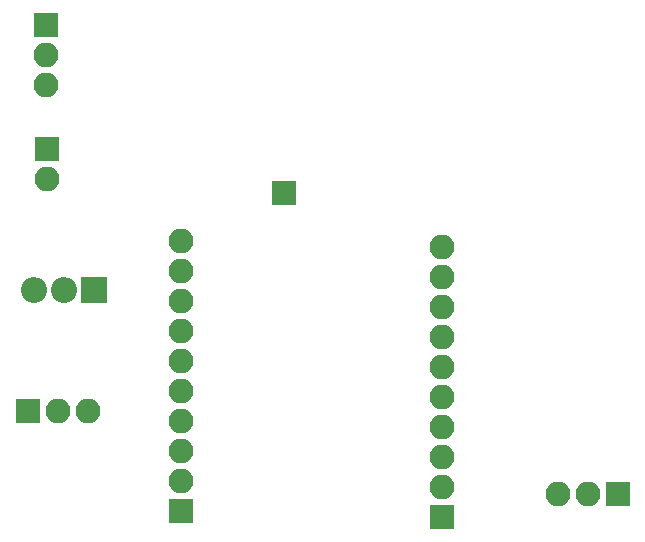
<source format=gbs>
G04 #@! TF.FileFunction,Soldermask,Bot*
%FSLAX46Y46*%
G04 Gerber Fmt 4.6, Leading zero omitted, Abs format (unit mm)*
G04 Created by KiCad (PCBNEW 4.0.4-stable) date 11/20/17 17:19:46*
%MOMM*%
%LPD*%
G01*
G04 APERTURE LIST*
%ADD10C,0.100000*%
%ADD11R,2.100000X2.100000*%
%ADD12O,2.100000X2.100000*%
%ADD13R,2.200000X2.200000*%
%ADD14O,2.200000X2.200000*%
G04 APERTURE END LIST*
D10*
D11*
X116468359Y-96889499D03*
D12*
X116468359Y-99429499D03*
X116468359Y-101969499D03*
D11*
X114884200Y-129552700D03*
D12*
X117424200Y-129552700D03*
X119964200Y-129552700D03*
D11*
X149936200Y-138493500D03*
D12*
X149936200Y-135953500D03*
X149936200Y-133413500D03*
X149936200Y-130873500D03*
X149936200Y-128333500D03*
X149936200Y-125793500D03*
X149936200Y-123253500D03*
X149936200Y-120713500D03*
X149936200Y-118173500D03*
X149936200Y-115633500D03*
D11*
X164846000Y-136588500D03*
D12*
X162306000Y-136588500D03*
X159766000Y-136588500D03*
D11*
X116532859Y-107381999D03*
D12*
X116532859Y-109921999D03*
D11*
X127838200Y-138010900D03*
D12*
X127838200Y-135470900D03*
X127838200Y-132930900D03*
X127838200Y-130390900D03*
X127838200Y-127850900D03*
X127838200Y-125310900D03*
X127838200Y-122770900D03*
X127838200Y-120230900D03*
X127838200Y-117690900D03*
X127838200Y-115150900D03*
D11*
X136575800Y-111061500D03*
D13*
X120472200Y-119265700D03*
D14*
X117932200Y-119265700D03*
X115392200Y-119265700D03*
M02*

</source>
